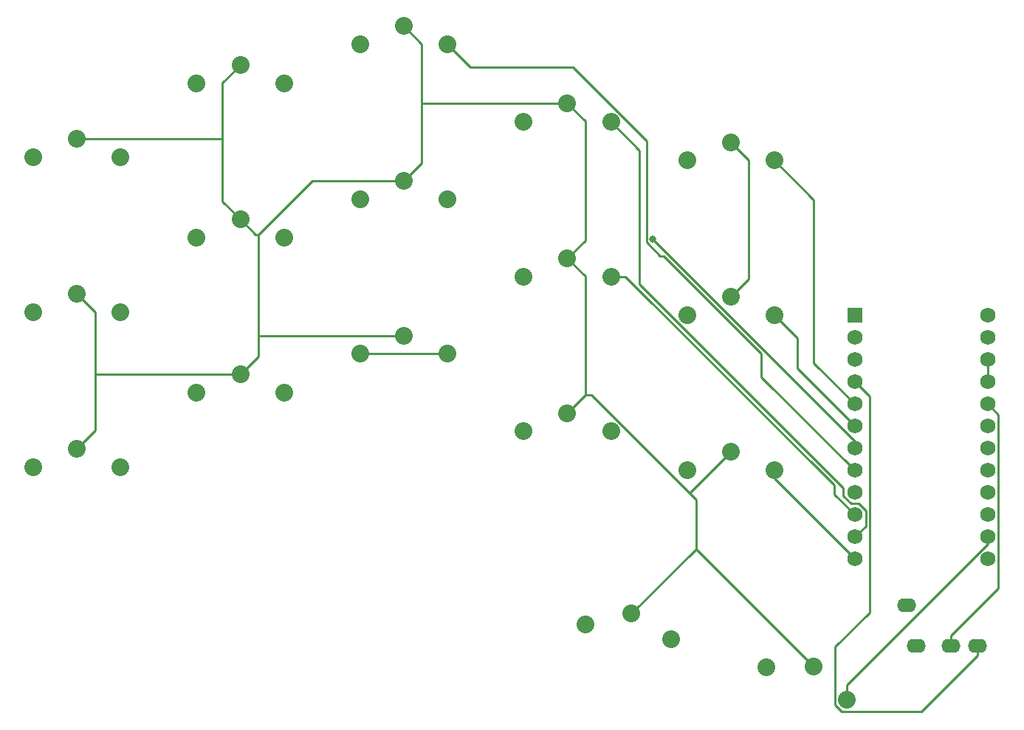
<source format=gbl>
%TF.GenerationSoftware,KiCad,Pcbnew,(6.0.1)*%
%TF.CreationDate,2022-01-21T15:58:59-05:00*%
%TF.ProjectId,quagga,71756167-6761-42e6-9b69-6361645f7063,v1.0.0*%
%TF.SameCoordinates,Original*%
%TF.FileFunction,Copper,L2,Bot*%
%TF.FilePolarity,Positive*%
%FSLAX46Y46*%
G04 Gerber Fmt 4.6, Leading zero omitted, Abs format (unit mm)*
G04 Created by KiCad (PCBNEW (6.0.1)) date 2022-01-21 15:58:59*
%MOMM*%
%LPD*%
G01*
G04 APERTURE LIST*
%TA.AperFunction,ComponentPad*%
%ADD10C,2.032000*%
%TD*%
%TA.AperFunction,ComponentPad*%
%ADD11O,2.200000X1.600000*%
%TD*%
%TA.AperFunction,ComponentPad*%
%ADD12R,1.752600X1.752600*%
%TD*%
%TA.AperFunction,ComponentPad*%
%ADD13C,1.752600*%
%TD*%
%TA.AperFunction,ViaPad*%
%ADD14C,0.800000*%
%TD*%
%TA.AperFunction,Conductor*%
%ADD15C,0.250000*%
%TD*%
G04 APERTURE END LIST*
D10*
X118290824Y-155409490D03*
X128138902Y-157145971D03*
X123579524Y-154209634D03*
X123579524Y-154209634D03*
X64990000Y-137375000D03*
X54990000Y-137375000D03*
X59990000Y-135275000D03*
X59990000Y-135275000D03*
X92490000Y-124417500D03*
X102490000Y-124417500D03*
X97490000Y-122317500D03*
X97490000Y-122317500D03*
X54990000Y-101875000D03*
X64990000Y-101875000D03*
X59990000Y-99775000D03*
X59990000Y-99775000D03*
X129990000Y-119980000D03*
X139990000Y-119980000D03*
X134990000Y-117880000D03*
X134990000Y-117880000D03*
X73740000Y-93355000D03*
X83740000Y-93355000D03*
X78740000Y-91255000D03*
X78740000Y-91255000D03*
X92490000Y-88917500D03*
X102490000Y-88917500D03*
X97490000Y-86817500D03*
X97490000Y-86817500D03*
X64990000Y-119625000D03*
X54990000Y-119625000D03*
X59990000Y-117525000D03*
X59990000Y-117525000D03*
X139027586Y-160338668D03*
X148299424Y-164084734D03*
X144450179Y-160264615D03*
X144450179Y-160264615D03*
X121240000Y-97792500D03*
X111240000Y-97792500D03*
X116240000Y-95692500D03*
X116240000Y-95692500D03*
X129990000Y-102230000D03*
X139990000Y-102230000D03*
X134990000Y-100130000D03*
X134990000Y-100130000D03*
X92490000Y-106667500D03*
X102490000Y-106667500D03*
X97490000Y-104567500D03*
X97490000Y-104567500D03*
X73740000Y-128855000D03*
X83740000Y-128855000D03*
X78740000Y-126755000D03*
X78740000Y-126755000D03*
D11*
X155152500Y-153275000D03*
X156252500Y-157875000D03*
X160252500Y-157875000D03*
X163252500Y-157875000D03*
D10*
X139990000Y-137730000D03*
X129990000Y-137730000D03*
X134990000Y-135630000D03*
X134990000Y-135630000D03*
X121240000Y-133292500D03*
X111240000Y-133292500D03*
X116240000Y-131192500D03*
X116240000Y-131192500D03*
D12*
X149225000Y-120015000D03*
D13*
X149225000Y-122555000D03*
X149225000Y-125095000D03*
X149225000Y-127635000D03*
X149225000Y-130175000D03*
X149225000Y-132715000D03*
X149225000Y-135255000D03*
X149225000Y-137795000D03*
X149225000Y-140335000D03*
X149225000Y-142875000D03*
X149225000Y-145415000D03*
X149225000Y-147955000D03*
X164465000Y-120015000D03*
X164465000Y-122555000D03*
X164465000Y-125095000D03*
X164465000Y-127635000D03*
X164465000Y-130175000D03*
X164465000Y-132715000D03*
X164465000Y-135255000D03*
X164465000Y-137795000D03*
X164465000Y-140335000D03*
X164465000Y-142875000D03*
X164465000Y-145415000D03*
X164465000Y-147955000D03*
D10*
X83740000Y-111105000D03*
X73740000Y-111105000D03*
X78740000Y-109005000D03*
X78740000Y-109005000D03*
X111240000Y-115542500D03*
X121240000Y-115542500D03*
X116240000Y-113442500D03*
X116240000Y-113442500D03*
D14*
X126042500Y-111270700D03*
D15*
X86966100Y-104567500D02*
X80799500Y-110734100D01*
X80799500Y-110734100D02*
X80469100Y-110734100D01*
X97490000Y-104567500D02*
X86966100Y-104567500D01*
X62063400Y-126755000D02*
X78740000Y-126755000D01*
X118282800Y-129149700D02*
X118994500Y-129149700D01*
X137037900Y-102177900D02*
X134990000Y-100130000D01*
X130987400Y-146801700D02*
X123579500Y-154209600D01*
X164465000Y-127635000D02*
X164465000Y-125095000D01*
X99537900Y-95692500D02*
X99537900Y-102519600D01*
X80469100Y-110734100D02*
X78740000Y-109005000D01*
X59990000Y-99775000D02*
X76692100Y-99775000D01*
X118282800Y-115485300D02*
X118282800Y-129149700D01*
X99537900Y-102519600D02*
X97490000Y-104567500D01*
X80799500Y-122317500D02*
X80799500Y-124695500D01*
X134990000Y-117880000D02*
X137037900Y-115832100D01*
X80799500Y-110734100D02*
X80799500Y-122317500D01*
X134990000Y-135630000D02*
X130232400Y-140387600D01*
X62063400Y-133201600D02*
X59990000Y-135275000D01*
X76692100Y-99775000D02*
X76692100Y-106957100D01*
X76692100Y-93302900D02*
X76692100Y-99775000D01*
X62063400Y-126755000D02*
X62063400Y-133201600D01*
X116240000Y-113442500D02*
X118282800Y-115485300D01*
X59990000Y-117525000D02*
X62063400Y-119598400D01*
X76692100Y-106957100D02*
X78740000Y-109005000D01*
X80799500Y-124695500D02*
X78740000Y-126755000D01*
X62063400Y-119598400D02*
X62063400Y-126755000D01*
X99537900Y-95692500D02*
X116240000Y-95692500D01*
X137037900Y-115832100D02*
X137037900Y-102177900D01*
X118282800Y-129149700D02*
X116240000Y-131192500D01*
X144450200Y-160264600D02*
X130987400Y-146801700D01*
X78740000Y-91255000D02*
X76692100Y-93302900D01*
X130232400Y-140387600D02*
X130987300Y-141142500D01*
X116240000Y-113442500D02*
X118287900Y-111394600D01*
X99537900Y-95692500D02*
X99537900Y-88865400D01*
X80799500Y-122317500D02*
X97490000Y-122317500D01*
X130987300Y-146801700D02*
X130987400Y-146801700D01*
X118287900Y-97740400D02*
X116240000Y-95692500D01*
X118994500Y-129149700D02*
X130232400Y-140387600D01*
X118287900Y-111394600D02*
X118287900Y-97740400D01*
X130987300Y-141142500D02*
X130987300Y-146801700D01*
X99537900Y-88865400D02*
X97490000Y-86817500D01*
X102490000Y-124417500D02*
X92490000Y-124417500D01*
X149225000Y-135255000D02*
X149225000Y-134453200D01*
X149225000Y-134453200D02*
X126042500Y-111270700D01*
X116893900Y-91541200D02*
X105113700Y-91541200D01*
X138496800Y-124401900D02*
X127260300Y-113165400D01*
X149225000Y-137795000D02*
X138496800Y-127066800D01*
X138496800Y-127066800D02*
X138496800Y-124401900D01*
X125316700Y-99964000D02*
X116893900Y-91541200D01*
X127260300Y-113165400D02*
X126879900Y-113165400D01*
X125316700Y-111602200D02*
X125316700Y-99964000D01*
X105113700Y-91541200D02*
X102490000Y-88917500D01*
X126879900Y-113165400D02*
X125316700Y-111602200D01*
X122920700Y-115542500D02*
X146866000Y-139487800D01*
X146866000Y-140516000D02*
X149225000Y-142875000D01*
X146866000Y-139487800D02*
X146866000Y-140516000D01*
X121240000Y-115542500D02*
X122920700Y-115542500D01*
X150450300Y-142396300D02*
X150450300Y-144189700D01*
X121240000Y-97792500D02*
X124510800Y-101063300D01*
X148795600Y-141605000D02*
X149659000Y-141605000D01*
X124510800Y-116397800D02*
X147886800Y-139773800D01*
X147886800Y-139773800D02*
X147886800Y-140696200D01*
X124510800Y-101063300D02*
X124510800Y-116397800D01*
X150450300Y-144189700D02*
X149225000Y-145415000D01*
X147886800Y-140696200D02*
X148795600Y-141605000D01*
X149659000Y-141605000D02*
X150450300Y-142396300D01*
X149225000Y-147955000D02*
X139990000Y-138720000D01*
X139990000Y-138720000D02*
X139990000Y-137730000D01*
X142613700Y-126103700D02*
X142613700Y-122603700D01*
X142613700Y-122603700D02*
X139990000Y-119980000D01*
X149225000Y-132715000D02*
X142613700Y-126103700D01*
X144514400Y-125464400D02*
X144514400Y-106754400D01*
X144514400Y-106754400D02*
X139990000Y-102230000D01*
X149225000Y-130175000D02*
X144514400Y-125464400D01*
X148299400Y-162366300D02*
X148299400Y-164084700D01*
X164465000Y-146200700D02*
X148299400Y-162366300D01*
X164465000Y-145415000D02*
X164465000Y-146200700D01*
X163252500Y-157875000D02*
X163252500Y-159000300D01*
X146944400Y-164676100D02*
X147704500Y-165436200D01*
X146944400Y-158016400D02*
X146944400Y-164676100D01*
X150901600Y-129311600D02*
X150901600Y-154059200D01*
X147704500Y-165436200D02*
X156816600Y-165436200D01*
X156816600Y-165436200D02*
X163252500Y-159000300D01*
X149225000Y-127635000D02*
X150901600Y-129311600D01*
X150901600Y-154059200D02*
X146944400Y-158016400D01*
X165680900Y-151321300D02*
X160252500Y-156749700D01*
X165680900Y-131390900D02*
X165680900Y-151321300D01*
X164465000Y-130175000D02*
X165680900Y-131390900D01*
X160252500Y-157875000D02*
X160252500Y-156749700D01*
M02*

</source>
